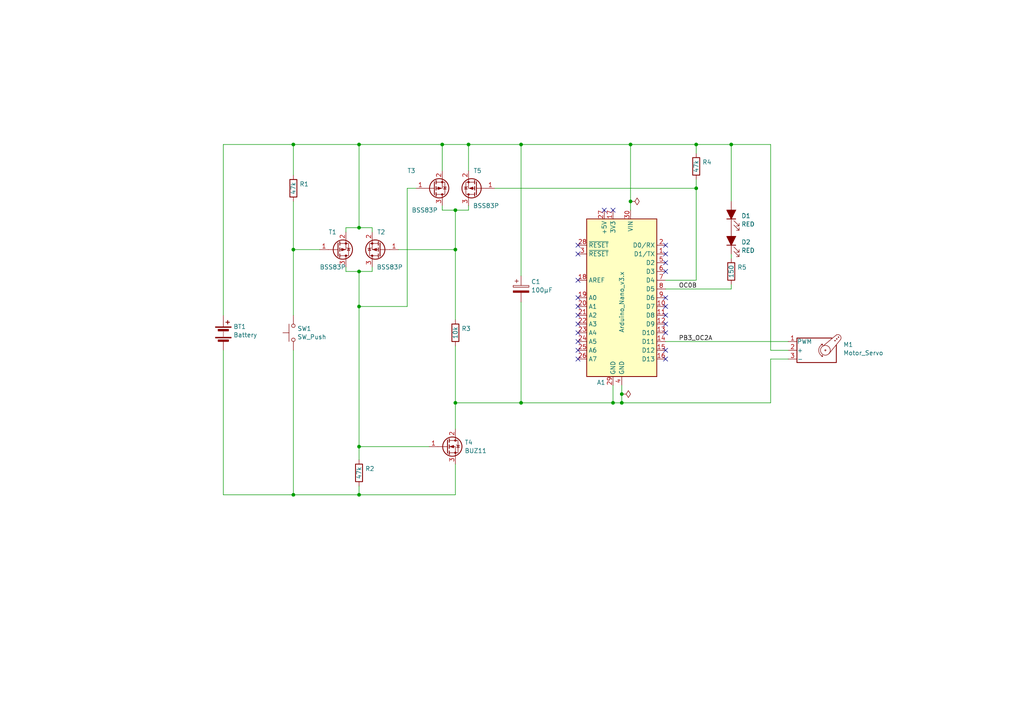
<source format=kicad_sch>
(kicad_sch (version 20230121) (generator eeschema)
  (paper "A4")
  (lib_symbols
    (symbol "Device:Battery" (pin_numbers hide) (pin_names (offset 0) hide)
      (property "Reference" "BT" (at 2.54 2.54 0))
      (property "Value" "Battery" (at 2.54 0 0))
      (symbol "Battery_0_1"
        (rectangle (start -2.286 -1.27) (end 2.286 -1.524) (fill (type outline)))
        (rectangle (start -2.286 1.778) (end 2.286 1.524) (fill (type outline)))
        (rectangle (start -1.524 -2.032) (end 1.524 -2.54) (fill (type outline)))
        (rectangle (start -1.524 1.016) (end 1.524 0.508) (fill (type outline)))
        (polyline (pts (xy 0 -1.016) (xy 0 -0.762)))
        (polyline (pts (xy 0 -0.508) (xy 0 -0.254)))
        (polyline (pts (xy 0 0) (xy 0 0.254)))
        (polyline (pts (xy 0 1.778) (xy 0 2.54)))
        (polyline (pts (xy 0.762 3.048) (xy 1.778 3.048)) (stroke (width 0.254)))
        (polyline (pts (xy 1.27 3.556) (xy 1.27 2.54)) (stroke (width 0.254)))
      )
      (symbol "Battery_1_1"
        (pin passive line (at 0 5.08 270) (length 2.54) (name "+") (number "1"))
        (pin passive line (at 0 -5.08 90) (length 2.54) (name "-") (number "2"))
      )
    )
    (symbol "Device:C_Polarized" (pin_numbers hide) (pin_names (offset 0.254))
      (property "Reference" "C" (at 0.635 2.54 0))
      (property "Value" "C_Polarized" (at 0.635 -2.54 0))
      (symbol "C_Polarized_0_1"
        (rectangle (start -2.286 0.508) (end 2.286 1.016))
        (polyline (pts (xy -1.778 2.286) (xy -0.762 2.286)))
        (polyline (pts (xy -1.27 2.794) (xy -1.27 1.778)))
        (rectangle (start 2.286 -0.508) (end -2.286 -1.016) (fill (type outline)))
      )
      (symbol "C_Polarized_1_1"
        (pin passive line (at 0 3.81 270) (length 2.794) (name "~") (number "1"))
        (pin passive line (at 0 -3.81 90) (length 2.794) (name "~") (number "2"))
      )
    )
    (symbol "Device:LED_Filled" (pin_numbers hide) (pin_names (offset 1.016) hide)
      (property "Reference" "D" (at 0 2.54 0))
      (property "Value" "LED_Filled" (at 0 -2.54 0))
      (symbol "LED_Filled_0_1"
        (polyline (pts (xy -1.27 -1.27) (xy -1.27 1.27)) (stroke (width 0.254)))
        (polyline (pts (xy -1.27 0) (xy 1.27 0)))
        (polyline (pts (xy 1.27 -1.27) (xy 1.27 1.27) (xy -1.27 0) (xy 1.27 -1.27)) (stroke (width 0.254)) (fill (type outline)))
        (polyline (pts (xy -3.048 -0.762) (xy -4.572 -2.286) (xy -3.81 -2.286) (xy -4.572 -2.286) (xy -4.572 -1.524)))
        (polyline (pts (xy -1.778 -0.762) (xy -3.302 -2.286) (xy -2.54 -2.286) (xy -3.302 -2.286) (xy -3.302 -1.524)))
      )
      (symbol "LED_Filled_1_1"
        (pin passive line (at -3.81 0 0) (length 2.54) (name "K") (number "1"))
        (pin passive line (at 3.81 0 180) (length 2.54) (name "A") (number "2"))
      )
    )
    (symbol "Device:R" (pin_numbers hide) (pin_names (offset 0))
      (property "Reference" "R" (at 2.032 0 90))
      (property "Value" "R" (at 0 0 90))
      (symbol "R_0_1"
        (rectangle (start -1.016 -2.54) (end 1.016 2.54) (stroke (width 0.254)))
      )
      (symbol "R_1_1"
        (pin passive line (at 0 3.81 270) (length 1.27) (name "~") (number "1"))
        (pin passive line (at 0 -3.81 90) (length 1.27) (name "~") (number "2"))
      )
    )
    (symbol "MCU_Module:Arduino_Nano_v3.x"
      (property "Reference" "A" (at -10.16 23.495 0))
      (property "Value" "Arduino_Nano_v3.x" (at 5.08 -24.13 0))
      (symbol "Arduino_Nano_v3.x_0_1"
        (rectangle (start -10.16 22.86) (end 10.16 -22.86) (stroke (width 0.254)) (fill (type background)))
      )
      (symbol "Arduino_Nano_v3.x_1_1"
        (pin bidirectional line (at -12.7 12.7 0) (length 2.54) (name "D1/TX") (number "1"))
        (pin bidirectional line (at -12.7 -2.54 0) (length 2.54) (name "D7") (number "10"))
        (pin bidirectional line (at -12.7 -5.08 0) (length 2.54) (name "D8") (number "11"))
        (pin bidirectional line (at -12.7 -7.62 0) (length 2.54) (name "D9") (number "12"))
        (pin bidirectional line (at -12.7 -10.16 0) (length 2.54) (name "D10") (number "13"))
        (pin bidirectional line (at -12.7 -12.7 0) (length 2.54) (name "D11") (number "14"))
        (pin bidirectional line (at -12.7 -15.24 0) (length 2.54) (name "D12") (number "15"))
        (pin bidirectional line (at -12.7 -17.78 0) (length 2.54) (name "D13") (number "16"))
        (pin power_out line (at 2.54 25.4 270) (length 2.54) (name "3V3") (number "17"))
        (pin input line (at 12.7 5.08 180) (length 2.54) (name "AREF") (number "18"))
        (pin bidirectional line (at 12.7 0 180) (length 2.54) (name "A0") (number "19"))
        (pin bidirectional line (at -12.7 15.24 0) (length 2.54) (name "D0/RX") (number "2"))
        (pin bidirectional line (at 12.7 -2.54 180) (length 2.54) (name "A1") (number "20"))
        (pin bidirectional line (at 12.7 -5.08 180) (length 2.54) (name "A2") (number "21"))
        (pin bidirectional line (at 12.7 -7.62 180) (length 2.54) (name "A3") (number "22"))
        (pin bidirectional line (at 12.7 -10.16 180) (length 2.54) (name "A4") (number "23"))
        (pin bidirectional line (at 12.7 -12.7 180) (length 2.54) (name "A5") (number "24"))
        (pin bidirectional line (at 12.7 -15.24 180) (length 2.54) (name "A6") (number "25"))
        (pin bidirectional line (at 12.7 -17.78 180) (length 2.54) (name "A7") (number "26"))
        (pin power_out line (at 5.08 25.4 270) (length 2.54) (name "+5V") (number "27"))
        (pin input line (at 12.7 15.24 180) (length 2.54) (name "~{RESET}") (number "28"))
        (pin power_in line (at 2.54 -25.4 90) (length 2.54) (name "GND") (number "29"))
        (pin input line (at 12.7 12.7 180) (length 2.54) (name "~{RESET}") (number "3"))
        (pin power_in line (at -2.54 25.4 270) (length 2.54) (name "VIN") (number "30"))
        (pin power_in line (at 0 -25.4 90) (length 2.54) (name "GND") (number "4"))
        (pin bidirectional line (at -12.7 10.16 0) (length 2.54) (name "D2") (number "5"))
        (pin bidirectional line (at -12.7 7.62 0) (length 2.54) (name "D3") (number "6"))
        (pin bidirectional line (at -12.7 5.08 0) (length 2.54) (name "D4") (number "7"))
        (pin bidirectional line (at -12.7 2.54 0) (length 2.54) (name "D5") (number "8"))
        (pin bidirectional line (at -12.7 0 0) (length 2.54) (name "D6") (number "9"))
      )
    )
    (symbol "Motor:Motor_Servo" (pin_names (offset 0.0254))
      (property "Reference" "M" (at -5.08 4.445 0))
      (property "Value" "Motor_Servo" (at -5.08 -4.064 0))
      (symbol "Motor_Servo_0_1"
        (polyline (pts (xy 2.413 -1.778) (xy 2.032 -1.778)))
        (polyline (pts (xy 2.413 -1.778) (xy 2.286 -1.397)))
        (polyline (pts (xy 2.413 1.778) (xy 1.905 1.778)))
        (polyline (pts (xy 2.413 1.778) (xy 2.286 1.397)))
        (polyline (pts (xy 6.35 4.445) (xy 2.54 1.27)))
        (polyline (pts (xy 7.62 3.175) (xy 4.191 -1.016)))
        (polyline (pts (xy 5.08 3.556) (xy -5.08 3.556) (xy -5.08 -3.556) (xy 6.35 -3.556) (xy 6.35 1.524)) (stroke (width 0.254)))
        (arc (start 2.413 1.778) (mid 1.2406 0) (end 2.413 -1.778))
        (circle (center 3.175 0) (radius 0.1778))
        (circle (center 3.175 0) (radius 1.4224))
        (circle (center 5.969 2.794) (radius 0.127))
        (circle (center 6.477 3.302) (radius 0.127))
        (circle (center 6.985 3.81) (radius 0.127))
        (arc (start 7.62 3.175) (mid 7.4485 4.2735) (end 6.35 4.445))
      )
      (symbol "Motor_Servo_1_1"
        (pin passive line (at -7.62 2.54 0) (length 2.54) (name "PWM") (number "1"))
        (pin passive line (at -7.62 0 0) (length 2.54) (name "+") (number "2"))
        (pin passive line (at -7.62 -2.54 0) (length 2.54) (name "-") (number "3"))
      )
    )
    (symbol "Switch:SW_Push" (pin_numbers hide) (pin_names (offset 1.016) hide)
      (property "Reference" "SW" (at 1.27 2.54 0))
      (property "Value" "SW_Push" (at 0 -1.524 0))
      (symbol "SW_Push_0_1"
        (circle (center -2.032 0) (radius 0.508))
        (polyline (pts (xy 0 1.27) (xy 0 3.048)))
        (polyline (pts (xy 2.54 1.27) (xy -2.54 1.27)))
        (circle (center 2.032 0) (radius 0.508))
        (pin passive line (at -5.08 0 0) (length 2.54) (name "1") (number "1"))
        (pin passive line (at 5.08 0 180) (length 2.54) (name "2") (number "2"))
      )
    )
    (symbol "Transistor_FET:BSS83P" (pin_names hide)
      (property "Reference" "Q" (at 5.08 1.905 0))
      (property "Value" "BSS83P" (at 5.08 0 0))
      (symbol "BSS83P_0_1"
        (polyline (pts (xy 0.254 0) (xy -2.54 0)))
        (polyline (pts (xy 0.254 1.905) (xy 0.254 -1.905)) (stroke (width 0.254)))
        (polyline (pts (xy 0.762 -1.27) (xy 0.762 -2.286)) (stroke (width 0.254)))
        (polyline (pts (xy 0.762 0.508) (xy 0.762 -0.508)) (stroke (width 0.254)))
        (polyline (pts (xy 0.762 2.286) (xy 0.762 1.27)) (stroke (width 0.254)))
        (polyline (pts (xy 2.54 2.54) (xy 2.54 1.778)))
        (polyline (pts (xy 2.54 -2.54) (xy 2.54 0) (xy 0.762 0)))
        (polyline (pts (xy 0.762 1.778) (xy 3.302 1.778) (xy 3.302 -1.778) (xy 0.762 -1.778)))
        (polyline (pts (xy 2.286 0) (xy 1.27 0.381) (xy 1.27 -0.381) (xy 2.286 0)) (fill (type outline)))
        (polyline (pts (xy 2.794 -0.508) (xy 2.921 -0.381) (xy 3.683 -0.381) (xy 3.81 -0.254)))
        (polyline (pts (xy 3.302 -0.381) (xy 2.921 0.254) (xy 3.683 0.254) (xy 3.302 -0.381)))
        (circle (center 1.651 0) (radius 2.794) (stroke (width 0.254)))
        (circle (center 2.54 -1.778) (radius 0.254) (fill (type outline)))
        (circle (center 2.54 1.778) (radius 0.254) (fill (type outline)))
      )
      (symbol "BSS83P_1_1"
        (pin input line (at -5.08 0 0) (length 2.54) (name "G") (number "1"))
        (pin passive line (at 2.54 -5.08 90) (length 2.54) (name "S") (number "2"))
        (pin passive line (at 2.54 5.08 270) (length 2.54) (name "D") (number "3"))
      )
    )
    (symbol "Transistor_FET:BUZ11" (pin_names hide)
      (property "Reference" "Q" (at 5.08 1.905 0))
      (property "Value" "BUZ11" (at 5.08 0 0))
      (symbol "BUZ11_0_1"
        (polyline (pts (xy 0.254 0) (xy -2.54 0)))
        (polyline (pts (xy 0.254 1.905) (xy 0.254 -1.905)) (stroke (width 0.254)))
        (polyline (pts (xy 0.762 -1.27) (xy 0.762 -2.286)) (stroke (width 0.254)))
        (polyline (pts (xy 0.762 0.508) (xy 0.762 -0.508)) (stroke (width 0.254)))
        (polyline (pts (xy 0.762 2.286) (xy 0.762 1.27)) (stroke (width 0.254)))
        (polyline (pts (xy 2.54 2.54) (xy 2.54 1.778)))
        (polyline (pts (xy 2.54 -2.54) (xy 2.54 0) (xy 0.762 0)))
        (polyline (pts (xy 0.762 -1.778) (xy 3.302 -1.778) (xy 3.302 1.778) (xy 0.762 1.778)))
        (polyline (pts (xy 1.016 0) (xy 2.032 0.381) (xy 2.032 -0.381) (xy 1.016 0)) (fill (type outline)))
        (polyline (pts (xy 2.794 0.508) (xy 2.921 0.381) (xy 3.683 0.381) (xy 3.81 0.254)))
        (polyline (pts (xy 3.302 0.381) (xy 2.921 -0.254) (xy 3.683 -0.254) (xy 3.302 0.381)))
        (circle (center 1.651 0) (radius 2.794) (stroke (width 0.254)))
        (circle (center 2.54 -1.778) (radius 0.254) (fill (type outline)))
        (circle (center 2.54 1.778) (radius 0.254) (fill (type outline)))
      )
      (symbol "BUZ11_1_1"
        (pin input line (at -5.08 0 0) (length 2.54) (name "G") (number "1"))
        (pin passive line (at 2.54 5.08 270) (length 2.54) (name "D") (number "2"))
        (pin passive line (at 2.54 -5.08 90) (length 2.54) (name "S") (number "3"))
      )
    )
    (symbol "power:PWR_FLAG" (power) (pin_numbers hide) (pin_names (offset 0) hide)
      (property "Value" "PWR_FLAG" (at 0 3.81 0))
      (symbol "PWR_FLAG_0_0"
        (pin power_out line (at 0 0 90) (length 0) (name "pwr") (number "1"))
      )
      (symbol "PWR_FLAG_0_1"
        (polyline (pts (xy 0 0) (xy 0 1.27) (xy -1.016 1.905) (xy 0 2.54) (xy 1.016 1.905) (xy 0 1.27)))
      )
    )
  )
  (junction (at 128.27 41.91))
  (junction (at 151.13 41.91))
  (junction (at 85.09 72.39))
  (junction (at 85.09 143.51))
  (junction (at 104.14 41.91))
  (junction (at 104.14 78.74))
  (junction (at 182.88 41.91))
  (junction (at 132.08 60.96))
  (junction (at 182.88 58.42))
  (junction (at 180.34 116.84))
  (junction (at 104.14 88.9))
  (junction (at 151.13 116.84))
  (junction (at 180.34 114.3))
  (junction (at 201.93 41.91))
  (junction (at 135.89 41.91))
  (junction (at 132.08 72.39))
  (junction (at 104.14 143.51))
  (junction (at 177.8 116.84))
  (junction (at 104.14 66.04))
  (junction (at 85.09 41.91))
  (junction (at 212.09 41.91))
  (junction (at 201.93 54.61))
  (junction (at 104.14 129.54))
  (junction (at 132.08 116.84))
  (no_connect (at 193.04 91.44))
  (no_connect (at 193.04 88.9))
  (no_connect (at 167.64 99.06))
  (no_connect (at 167.64 71.12))
  (no_connect (at 167.64 88.9))
  (no_connect (at 167.64 73.66))
  (no_connect (at 175.26 60.96))
  (no_connect (at 167.64 91.44))
  (no_connect (at 193.04 76.2))
  (no_connect (at 193.04 78.74))
  (no_connect (at 167.64 93.98))
  (no_connect (at 193.04 93.98))
  (no_connect (at 193.04 71.12))
  (no_connect (at 193.04 86.36))
  (no_connect (at 167.64 96.52))
  (no_connect (at 167.64 101.6))
  (no_connect (at 167.64 81.28))
  (no_connect (at 177.8 60.96))
  (no_connect (at 193.04 101.6))
  (no_connect (at 193.04 104.14))
  (no_connect (at 167.64 86.36))
  (no_connect (at 193.04 73.66))
  (no_connect (at 193.04 96.52))
  (no_connect (at 167.64 104.14))
  (wire (pts (xy 104.14 143.51) (xy 132.08 143.51)))
  (wire (pts (xy 180.34 114.3) (xy 180.34 116.84)))
  (wire (pts (xy 201.93 41.91) (xy 201.93 44.45)))
  (wire (pts (xy 212.09 83.82) (xy 193.04 83.82)))
  (wire (pts (xy 132.08 60.96) (xy 132.08 72.39)))
  (wire (pts (xy 118.11 54.61) (xy 118.11 88.9)))
  (wire (pts (xy 223.52 104.14) (xy 223.52 116.84)))
  (wire (pts (xy 104.14 66.04) (xy 100.33 66.04)))
  (wire (pts (xy 107.95 66.04) (xy 107.95 67.31)))
  (wire (pts (xy 85.09 143.51) (xy 64.77 143.51)))
  (wire (pts (xy 151.13 41.91) (xy 182.88 41.91)))
  (wire (pts (xy 104.14 129.54) (xy 124.46 129.54)))
  (wire (pts (xy 132.08 60.96) (xy 135.89 60.96)))
  (wire (pts (xy 182.88 41.91) (xy 182.88 58.42)))
  (wire (pts (xy 177.8 116.84) (xy 180.34 116.84)))
  (wire (pts (xy 104.14 88.9) (xy 118.11 88.9)))
  (wire (pts (xy 104.14 140.97) (xy 104.14 143.51)))
  (wire (pts (xy 85.09 41.91) (xy 104.14 41.91)))
  (wire (pts (xy 182.88 41.91) (xy 201.93 41.91)))
  (wire (pts (xy 151.13 87.63) (xy 151.13 116.84)))
  (wire (pts (xy 143.51 54.61) (xy 201.93 54.61)))
  (wire (pts (xy 85.09 58.42) (xy 85.09 72.39)))
  (wire (pts (xy 128.27 41.91) (xy 135.89 41.91)))
  (wire (pts (xy 201.93 54.61) (xy 201.93 81.28)))
  (wire (pts (xy 151.13 116.84) (xy 177.8 116.84)))
  (wire (pts (xy 223.52 41.91) (xy 212.09 41.91)))
  (wire (pts (xy 104.14 41.91) (xy 128.27 41.91)))
  (wire (pts (xy 85.09 72.39) (xy 92.71 72.39)))
  (wire (pts (xy 223.52 104.14) (xy 228.6 104.14)))
  (wire (pts (xy 64.77 41.91) (xy 85.09 41.91)))
  (wire (pts (xy 201.93 81.28) (xy 193.04 81.28)))
  (wire (pts (xy 104.14 88.9) (xy 104.14 129.54)))
  (wire (pts (xy 100.33 78.74) (xy 100.33 77.47)))
  (wire (pts (xy 107.95 77.47) (xy 107.95 78.74)))
  (wire (pts (xy 182.88 58.42) (xy 182.88 60.96)))
  (wire (pts (xy 201.93 41.91) (xy 212.09 41.91)))
  (wire (pts (xy 132.08 116.84) (xy 132.08 124.46)))
  (wire (pts (xy 177.8 116.84) (xy 177.8 111.76)))
  (wire (pts (xy 132.08 72.39) (xy 132.08 92.71)))
  (wire (pts (xy 212.09 73.66) (xy 212.09 74.93)))
  (wire (pts (xy 212.09 82.55) (xy 212.09 83.82)))
  (wire (pts (xy 64.77 101.6) (xy 64.77 143.51)))
  (wire (pts (xy 223.52 101.6) (xy 228.6 101.6)))
  (wire (pts (xy 193.04 99.06) (xy 228.6 99.06)))
  (wire (pts (xy 85.09 101.6) (xy 85.09 143.51)))
  (wire (pts (xy 104.14 66.04) (xy 107.95 66.04)))
  (wire (pts (xy 132.08 116.84) (xy 151.13 116.84)))
  (wire (pts (xy 180.34 111.76) (xy 180.34 114.3)))
  (wire (pts (xy 128.27 41.91) (xy 128.27 49.53)))
  (wire (pts (xy 100.33 78.74) (xy 104.14 78.74)))
  (wire (pts (xy 132.08 116.84) (xy 132.08 100.33)))
  (wire (pts (xy 128.27 59.69) (xy 128.27 60.96)))
  (wire (pts (xy 135.89 59.69) (xy 135.89 60.96)))
  (wire (pts (xy 201.93 52.07) (xy 201.93 54.61)))
  (wire (pts (xy 135.89 41.91) (xy 135.89 49.53)))
  (wire (pts (xy 104.14 78.74) (xy 107.95 78.74)))
  (wire (pts (xy 104.14 143.51) (xy 85.09 143.51)))
  (wire (pts (xy 135.89 41.91) (xy 151.13 41.91)))
  (wire (pts (xy 115.57 72.39) (xy 132.08 72.39)))
  (wire (pts (xy 104.14 78.74) (xy 104.14 88.9)))
  (wire (pts (xy 64.77 91.44) (xy 64.77 41.91)))
  (wire (pts (xy 180.34 116.84) (xy 223.52 116.84)))
  (wire (pts (xy 104.14 41.91) (xy 104.14 66.04)))
  (wire (pts (xy 151.13 41.91) (xy 151.13 80.01)))
  (wire (pts (xy 212.09 41.91) (xy 212.09 58.42)))
  (wire (pts (xy 104.14 129.54) (xy 104.14 133.35)))
  (wire (pts (xy 223.52 41.91) (xy 223.52 101.6)))
  (wire (pts (xy 85.09 41.91) (xy 85.09 50.8)))
  (wire (pts (xy 132.08 134.62) (xy 132.08 143.51)))
  (wire (pts (xy 132.08 60.96) (xy 128.27 60.96)))
  (wire (pts (xy 118.11 54.61) (xy 120.65 54.61)))
  (wire (pts (xy 100.33 66.04) (xy 100.33 67.31)))
  (wire (pts (xy 85.09 72.39) (xy 85.09 91.44)))
  (label "PB3_OC2A" (at 196.85 99.06 0))
  (label "OC0B" (at 196.85 83.82 0))
  (symbol (lib_id "Transistor_FET:BSS83P") (at 125.73 54.61 0) (mirror x) (unit 1)
    (property "Reference" "T3" (at 118.11 49.53 0) (effects (justify left)))
    (property "Value" "BSS83P" (at 119.38 60.96 0) (effects (justify left)))
    (property "Footprint" "Package_TO_SOT_SMD:SOT-23" (effects hide))
    (property "Datasheet" "http://www.farnell.com/datasheets/1835997.pdf" (effects hide))
  )
  (symbol (lib_id "Switch:SW_Push") (at 85.09 96.52 90) (unit 1)
    (property "Reference" "SW1" (at 86.233 95.3079 90) (effects (justify right)))
    (property "Value" "SW_Push" (at 86.233 97.7321 90) (effects (justify right)))
    (property "Footprint" "Connector_PinHeader_2.54mm:PinHeader_1x02_P2.54mm_Vertical" (effects hide))
  )
  (symbol (lib_id "Device:LED_Filled") (at 212.09 69.85 90) (unit 1)
    (property "Reference" "D2" (at 215.011 70.2254 90) (effects (justify right)))
    (property "Value" "RED" (at 215.011 72.6496 90) (effects (justify right)))
    (property "Footprint" "Connector_PinHeader_2.54mm:PinHeader_1x02_P2.54mm_Vertical" (effects hide))
  )
  (symbol (lib_id "power:PWR_FLAG") (at 180.34 114.3 270) (unit 1)
    (property "Reference" "#FLG01" (effects hide))
    (property "Value" "PWR_FLAG" (effects hide))
  )
  (symbol (lib_id "Device:C_Polarized") (at 151.13 83.82 0) (unit 1) (on_board no)
    (property "Reference" "C1" (at 154.051 81.7189 0) (effects (justify left)))
    (property "Value" "100μF" (at 154.051 84.1431 0) (effects (justify left)))
  )
  (symbol (lib_id "power:PWR_FLAG") (at 182.88 58.42 270) (unit 1)
    (property "Reference" "#FLG02" (effects hide))
    (property "Value" "PWR_FLAG" (effects hide))
  )
  (symbol (lib_id "Device:LED_Filled") (at 212.09 62.23 90) (unit 1)
    (property "Reference" "D1" (at 215.011 62.6054 90) (effects (justify right)))
    (property "Value" "RED" (at 215.011 65.0296 90) (effects (justify right)))
    (property "Footprint" "Connector_PinHeader_2.54mm:PinHeader_1x02_P2.54mm_Vertical" (effects hide))
  )
  (symbol (lib_id "Transistor_FET:BUZ11") (at 129.54 129.54 0) (unit 1)
    (property "Reference" "T4" (at 134.747 128.3279 0) (effects (justify left)))
    (property "Value" "BUZ11" (at 134.747 130.7521 0) (effects (justify left)))
    (property "Footprint" "Package_TO_SOT_THT:TO-220-3_Vertical" (effects hide))
    (property "Datasheet" "https://media.digikey.com/pdf/Data%20Sheets/Fairchild%20PDFs/BUZ11.pdf" (effects hide))
  )
  (symbol (lib_id "MCU_Module:Arduino_Nano_v3.x") (at 180.34 86.36 0) (mirror y) (unit 1)
    (property "Reference" "A1" (at 175.6059 110.9401 0) (effects (justify left)))
    (property "Value" "Arduino_Nano_v3.x" (at 180.34 96.52 90) (effects (justify left)))
    (property "Footprint" "Module:Arduino_Nano" (effects hide))
    (property "Datasheet" "http://www.mouser.com/pdfdocs/Gravitech_Arduino_Nano3_0.pdf" (effects hide))
  )
  (symbol (lib_id "Transistor_FET:BSS83P") (at 138.43 54.61 180) (unit 1)
    (property "Reference" "T5" (at 139.7 49.53 0) (effects (justify left)))
    (property "Value" "BSS83P" (at 144.78 59.69 0) (effects (justify left)))
    (property "Footprint" "Package_TO_SOT_SMD:SOT-23" (effects hide))
    (property "Datasheet" "http://www.farnell.com/datasheets/1835997.pdf" (effects hide))
  )
  (symbol (lib_id "Device:R") (at 104.14 137.16 0) (unit 1)
    (property "Reference" "R2" (at 105.918 135.9479 0) (effects (justify left)))
    (property "Value" "47k" (at 104.14 137.16 90))
    (property "Footprint" "Resistor_THT:R_Axial_DIN0309_L9.0mm_D3.2mm_P12.70mm_Horizontal" (effects hide))
  )
  (symbol (lib_id "Device:R") (at 85.09 54.61 0) (unit 1)
    (property "Reference" "R1" (at 86.868 53.3979 0) (effects (justify left)))
    (property "Value" "47k" (at 85.09 54.61 90))
    (property "Footprint" "Resistor_THT:R_Axial_DIN0309_L9.0mm_D3.2mm_P12.70mm_Horizontal" (effects hide))
  )
  (symbol (lib_id "Transistor_FET:BSS83P") (at 97.79 72.39 0) (mirror x) (unit 1)
    (property "Reference" "T1" (at 95.25 67.31 0) (effects (justify left)))
    (property "Value" "BSS83P" (at 92.71 77.47 0) (effects (justify left)))
    (property "Footprint" "Package_TO_SOT_SMD:SOT-23" (effects hide))
    (property "Datasheet" "http://www.farnell.com/datasheets/1835997.pdf" (effects hide))
  )
  (symbol (lib_id "Device:Battery") (at 64.77 96.52 0) (unit 1)
    (property "Reference" "BT1" (at 67.691 94.7364 0) (effects (justify left)))
    (property "Value" "Battery" (at 67.691 97.1606 0) (effects (justify left)))
    (property "Footprint" "Connector_PinHeader_2.54mm:PinHeader_1x02_P2.54mm_Vertical" (effects hide))
  )
  (symbol (lib_id "Device:R") (at 201.93 48.26 0) (unit 1)
    (property "Reference" "R4" (at 203.708 47.0479 0) (effects (justify left)))
    (property "Value" "47k" (at 201.93 48.26 90))
    (property "Footprint" "Resistor_THT:R_Axial_DIN0309_L9.0mm_D3.2mm_P12.70mm_Horizontal" (effects hide))
  )
  (symbol (lib_id "Device:R") (at 132.08 96.52 0) (unit 1)
    (property "Reference" "R3" (at 133.858 95.3079 0) (effects (justify left)))
    (property "Value" "10k" (at 132.08 96.52 90))
    (property "Footprint" "Resistor_THT:R_Axial_DIN0309_L9.0mm_D3.2mm_P12.70mm_Horizontal" (effects hide))
  )
  (symbol (lib_id "Transistor_FET:BSS83P") (at 110.49 72.39 180) (unit 1)
    (property "Reference" "T2" (at 111.76 67.31 0) (effects (justify left)))
    (property "Value" "BSS83P" (at 116.84 77.47 0) (effects (justify left)))
    (property "Footprint" "Package_TO_SOT_SMD:SOT-23" (effects hide))
    (property "Datasheet" "http://www.farnell.com/datasheets/1835997.pdf" (effects hide))
  )
  (symbol (lib_id "Motor:Motor_Servo") (at 236.22 101.6 0) (unit 1)
    (property "Reference" "M1" (at 244.5798 99.9545 0) (effects (justify left)))
    (property "Value" "Motor_Servo" (at 244.5798 102.3787 0) (effects (justify left)))
    (property "Footprint" "Connector_PinHeader_2.54mm:PinHeader_1x03_P2.54mm_Vertical" (effects hide))
    (property "Datasheet" "http://forums.parallax.com/uploads/attachments/46831/74481.png" (effects hide))
  )
  (symbol (lib_id "Device:R") (at 212.09 78.74 0) (unit 1)
    (property "Reference" "R5" (at 213.868 77.5279 0) (effects (justify left)))
    (property "Value" "150" (at 212.09 78.74 90))
    (property "Footprint" "Resistor_THT:R_Axial_DIN0309_L9.0mm_D3.2mm_P12.70mm_Horizontal" (effects hide))
  )
)
</source>
